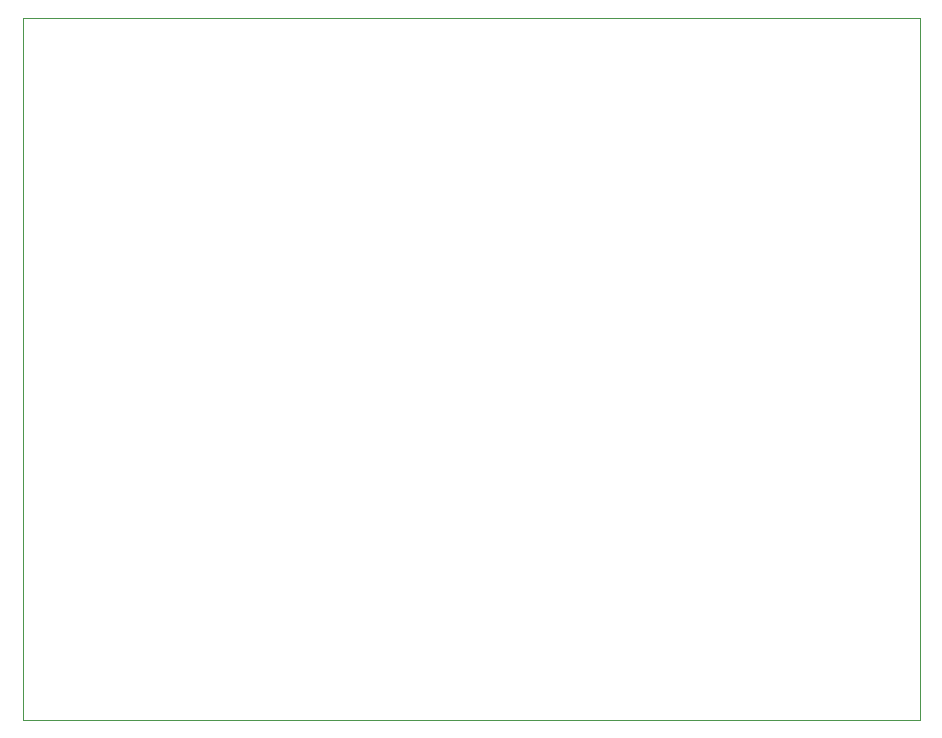
<source format=gbr>
%TF.GenerationSoftware,KiCad,Pcbnew,9.0.1*%
%TF.CreationDate,2025-05-22T16:31:06+05:30*%
%TF.ProjectId,escDesign,65736344-6573-4696-976e-2e6b69636164,rev?*%
%TF.SameCoordinates,Original*%
%TF.FileFunction,Profile,NP*%
%FSLAX46Y46*%
G04 Gerber Fmt 4.6, Leading zero omitted, Abs format (unit mm)*
G04 Created by KiCad (PCBNEW 9.0.1) date 2025-05-22 16:31:06*
%MOMM*%
%LPD*%
G01*
G04 APERTURE LIST*
%TA.AperFunction,Profile*%
%ADD10C,0.050000*%
%TD*%
G04 APERTURE END LIST*
D10*
X130683000Y-94742000D02*
X206629000Y-94742000D01*
X206629000Y-154178000D01*
X130683000Y-154178000D01*
X130683000Y-94742000D01*
M02*

</source>
